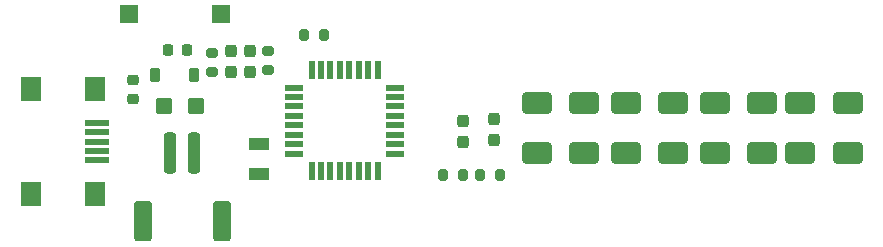
<source format=gbr>
%TF.GenerationSoftware,KiCad,Pcbnew,9.0.1*%
%TF.CreationDate,2025-06-18T23:24:53+09:00*%
%TF.ProjectId,NanoV3.3,4e616e6f-5633-42e3-932e-6b696361645f,rev?*%
%TF.SameCoordinates,Original*%
%TF.FileFunction,Paste,Top*%
%TF.FilePolarity,Positive*%
%FSLAX46Y46*%
G04 Gerber Fmt 4.6, Leading zero omitted, Abs format (unit mm)*
G04 Created by KiCad (PCBNEW 9.0.1) date 2025-06-18 23:24:53*
%MOMM*%
%LPD*%
G01*
G04 APERTURE LIST*
G04 Aperture macros list*
%AMRoundRect*
0 Rectangle with rounded corners*
0 $1 Rounding radius*
0 $2 $3 $4 $5 $6 $7 $8 $9 X,Y pos of 4 corners*
0 Add a 4 corners polygon primitive as box body*
4,1,4,$2,$3,$4,$5,$6,$7,$8,$9,$2,$3,0*
0 Add four circle primitives for the rounded corners*
1,1,$1+$1,$2,$3*
1,1,$1+$1,$4,$5*
1,1,$1+$1,$6,$7*
1,1,$1+$1,$8,$9*
0 Add four rect primitives between the rounded corners*
20,1,$1+$1,$2,$3,$4,$5,0*
20,1,$1+$1,$4,$5,$6,$7,0*
20,1,$1+$1,$6,$7,$8,$9,0*
20,1,$1+$1,$8,$9,$2,$3,0*%
G04 Aperture macros list end*
%ADD10RoundRect,0.237500X-0.237500X0.287500X-0.237500X-0.287500X0.237500X-0.287500X0.237500X0.287500X0*%
%ADD11RoundRect,0.250000X1.000000X0.650000X-1.000000X0.650000X-1.000000X-0.650000X1.000000X-0.650000X0*%
%ADD12RoundRect,0.200000X-0.275000X0.200000X-0.275000X-0.200000X0.275000X-0.200000X0.275000X0.200000X0*%
%ADD13RoundRect,0.200000X-0.200000X-0.275000X0.200000X-0.275000X0.200000X0.275000X-0.200000X0.275000X0*%
%ADD14RoundRect,0.250000X-1.000000X-0.650000X1.000000X-0.650000X1.000000X0.650000X-1.000000X0.650000X0*%
%ADD15RoundRect,0.250000X-0.250000X-1.500000X0.250000X-1.500000X0.250000X1.500000X-0.250000X1.500000X0*%
%ADD16RoundRect,0.250001X-0.499999X-1.449999X0.499999X-1.449999X0.499999X1.449999X-0.499999X1.449999X0*%
%ADD17R,1.600000X0.550000*%
%ADD18R,0.550000X1.600000*%
%ADD19RoundRect,0.250000X-0.457500X-0.445000X0.457500X-0.445000X0.457500X0.445000X-0.457500X0.445000X0*%
%ADD20R,1.800000X1.000000*%
%ADD21R,2.000000X0.500000*%
%ADD22R,1.700000X2.000000*%
%ADD23RoundRect,0.225000X0.225000X0.250000X-0.225000X0.250000X-0.225000X-0.250000X0.225000X-0.250000X0*%
%ADD24R,1.500000X1.500000*%
%ADD25RoundRect,0.225000X0.225000X0.375000X-0.225000X0.375000X-0.225000X-0.375000X0.225000X-0.375000X0*%
%ADD26RoundRect,0.225000X0.250000X-0.225000X0.250000X0.225000X-0.250000X0.225000X-0.250000X-0.225000X0*%
G04 APERTURE END LIST*
D10*
%TO.C,D6*%
X106400000Y-114625000D03*
X106400000Y-116375000D03*
%TD*%
D11*
%TO.C,D2*%
X134717500Y-123250000D03*
X130717500Y-123250000D03*
%TD*%
D12*
%TO.C,R15*%
X107900000Y-114575000D03*
X107900000Y-116225000D03*
%TD*%
D13*
%TO.C,R16*%
X125875000Y-125100000D03*
X127525000Y-125100000D03*
%TD*%
D14*
%TO.C,D12*%
X145750000Y-123250000D03*
X149750000Y-123250000D03*
%TD*%
D15*
%TO.C,J6*%
X99650000Y-123250000D03*
X101650000Y-123250000D03*
D16*
X97300000Y-129000000D03*
X104000000Y-129000000D03*
%TD*%
D14*
%TO.C,D3*%
X138228333Y-123250000D03*
X142228333Y-123250000D03*
%TD*%
%TO.C,D5*%
X138228333Y-118980000D03*
X142228333Y-118980000D03*
%TD*%
D11*
%TO.C,D13*%
X149750000Y-119000000D03*
X145750000Y-119000000D03*
%TD*%
D17*
%TO.C,U4*%
X110160000Y-117700000D03*
X110160000Y-118500000D03*
X110160000Y-119300000D03*
X110160000Y-120100000D03*
X110160000Y-120900000D03*
X110160000Y-121700000D03*
X110160000Y-122500000D03*
X110160000Y-123300000D03*
D18*
X111610000Y-124750000D03*
X112410000Y-124750000D03*
X113210000Y-124750000D03*
X114010000Y-124750000D03*
X114810000Y-124750000D03*
X115610000Y-124750000D03*
X116410000Y-124750000D03*
X117210000Y-124750000D03*
D17*
X118660000Y-123300000D03*
X118660000Y-122500000D03*
X118660000Y-121700000D03*
X118660000Y-120900000D03*
X118660000Y-120100000D03*
X118660000Y-119300000D03*
X118660000Y-118500000D03*
X118660000Y-117700000D03*
D18*
X117210000Y-116250000D03*
X116410000Y-116250000D03*
X115610000Y-116250000D03*
X114810000Y-116250000D03*
X114010000Y-116250000D03*
X113210000Y-116250000D03*
X112410000Y-116250000D03*
X111610000Y-116250000D03*
%TD*%
D19*
%TO.C,C6*%
X99147500Y-119250000D03*
X101852500Y-119250000D03*
%TD*%
D11*
%TO.C,D14*%
X157000000Y-123250000D03*
X153000000Y-123250000D03*
%TD*%
D10*
%TO.C,D8*%
X124430000Y-120525000D03*
X124430000Y-122275000D03*
%TD*%
D14*
%TO.C,D11*%
X153000000Y-119000000D03*
X157000000Y-119000000D03*
%TD*%
D13*
%TO.C,R1*%
X110975000Y-113250000D03*
X112625000Y-113250000D03*
%TD*%
%TO.C,R17*%
X122775000Y-125100000D03*
X124425000Y-125100000D03*
%TD*%
D20*
%TO.C,Y1*%
X107140000Y-122520000D03*
X107140000Y-125020000D03*
%TD*%
D21*
%TO.C,J1*%
X93415000Y-120670000D03*
X93415000Y-121470000D03*
X93415000Y-122270000D03*
X93415000Y-123070000D03*
X93415000Y-123870000D03*
D22*
X93315000Y-117820000D03*
X87865000Y-117820000D03*
X93315000Y-126720000D03*
X87865000Y-126720000D03*
%TD*%
D23*
%TO.C,C3*%
X101025000Y-114500000D03*
X99475000Y-114500000D03*
%TD*%
D10*
%TO.C,D1*%
X104800000Y-114625000D03*
X104800000Y-116375000D03*
%TD*%
D24*
%TO.C,SW1*%
X103940000Y-111500000D03*
X96140000Y-111500000D03*
%TD*%
D25*
%TO.C,D9*%
X101650000Y-116600000D03*
X98350000Y-116600000D03*
%TD*%
D26*
%TO.C,C7*%
X96510000Y-118645000D03*
X96510000Y-117095000D03*
%TD*%
D10*
%TO.C,D7*%
X127090000Y-120375000D03*
X127090000Y-122125000D03*
%TD*%
D11*
%TO.C,D4*%
X134672500Y-118980000D03*
X130672500Y-118980000D03*
%TD*%
D12*
%TO.C,R14*%
X103200000Y-114775000D03*
X103200000Y-116425000D03*
%TD*%
M02*

</source>
